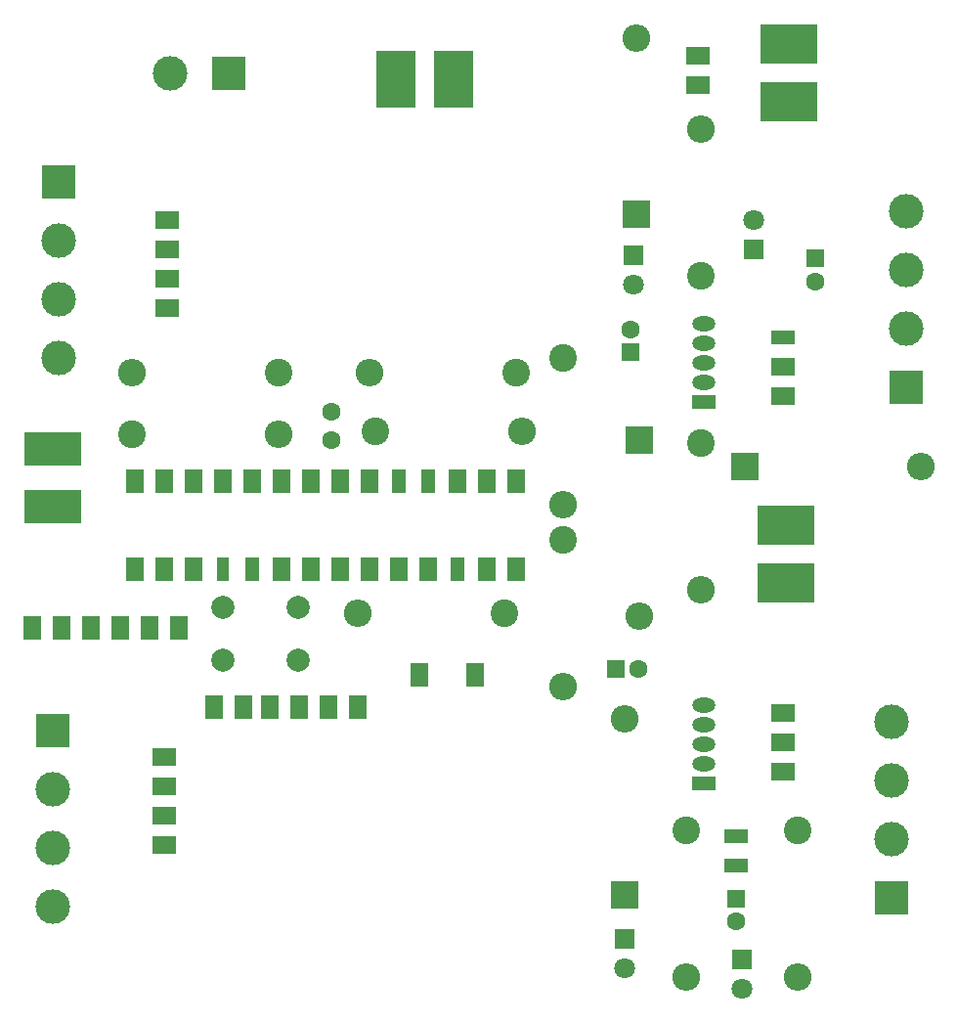
<source format=gbr>
G04 #@! TF.GenerationSoftware,KiCad,Pcbnew,(5.1.2)-2*
G04 #@! TF.CreationDate,2020-01-26T17:06:09+07:00*
G04 #@! TF.ProjectId,power_electronic,706f7765-725f-4656-9c65-6374726f6e69,rev?*
G04 #@! TF.SameCoordinates,Original*
G04 #@! TF.FileFunction,Copper,L1,Top*
G04 #@! TF.FilePolarity,Positive*
%FSLAX46Y46*%
G04 Gerber Fmt 4.6, Leading zero omitted, Abs format (unit mm)*
G04 Created by KiCad (PCBNEW (5.1.2)-2) date 2020-01-26 17:06:09*
%MOMM*%
%LPD*%
G04 APERTURE LIST*
%ADD10R,5.000000X3.000000*%
%ADD11R,1.600000X1.600000*%
%ADD12C,1.600000*%
%ADD13R,1.600000X2.000000*%
%ADD14R,2.400000X2.400000*%
%ADD15O,2.400000X2.400000*%
%ADD16C,1.800000*%
%ADD17R,1.800000X1.800000*%
%ADD18R,3.000000X3.000000*%
%ADD19C,3.000000*%
%ADD20R,2.000000X1.600000*%
%ADD21R,2.000000X1.300000*%
%ADD22C,2.400000*%
%ADD23R,3.500000X5.000000*%
%ADD24R,5.000000X3.500000*%
%ADD25R,2.000000X1.275000*%
%ADD26O,2.000000X1.275000*%
%ADD27R,1.000000X2.000000*%
%ADD28R,1.300000X2.000000*%
%ADD29R,1.200000X2.000000*%
%ADD30C,2.000000*%
G04 APERTURE END LIST*
D10*
X92710000Y-86614000D03*
X92710000Y-91614000D03*
D11*
X141478000Y-105664000D03*
D12*
X143478000Y-105664000D03*
X142748000Y-76232000D03*
D11*
X142748000Y-78232000D03*
D12*
X151892000Y-127508000D03*
D11*
X151892000Y-125508000D03*
X158750000Y-70104000D03*
D12*
X158750000Y-72104000D03*
D13*
X109220000Y-108966000D03*
X106720000Y-108966000D03*
D12*
X116840000Y-83352000D03*
X116840000Y-85852000D03*
D13*
X111546000Y-108966000D03*
X114046000Y-108966000D03*
X119126000Y-108966000D03*
X116626000Y-108966000D03*
D14*
X143510000Y-85852000D03*
D15*
X143510000Y-101092000D03*
X143256000Y-51054000D03*
D14*
X143256000Y-66294000D03*
D16*
X152400000Y-133350000D03*
D17*
X152400000Y-130810000D03*
D16*
X143002000Y-72390000D03*
D17*
X143002000Y-69850000D03*
X142240000Y-129032000D03*
D16*
X142240000Y-131572000D03*
D17*
X153416000Y-69342000D03*
D16*
X153416000Y-66802000D03*
D18*
X107950000Y-54102000D03*
D19*
X102870000Y-54102000D03*
X166624000Y-76200000D03*
X166624000Y-71120000D03*
D18*
X166624000Y-81280000D03*
D19*
X166624000Y-66040000D03*
X93218000Y-78740000D03*
D18*
X93218000Y-63500000D03*
D19*
X93218000Y-73660000D03*
X93218000Y-68580000D03*
X92710000Y-116078000D03*
X92710000Y-121158000D03*
D18*
X92710000Y-110998000D03*
D19*
X92710000Y-126238000D03*
X165354000Y-110236000D03*
D18*
X165354000Y-125476000D03*
D19*
X165354000Y-115316000D03*
X165354000Y-120396000D03*
D20*
X102362000Y-113284000D03*
X102362000Y-115824000D03*
X102362000Y-118364000D03*
X102362000Y-120904000D03*
D13*
X90932000Y-102108000D03*
X93472000Y-102108000D03*
X96012000Y-102108000D03*
X98552000Y-102108000D03*
X101092000Y-102108000D03*
X103632000Y-102108000D03*
D20*
X102616000Y-74422000D03*
X102616000Y-71882000D03*
X102616000Y-69342000D03*
X102616000Y-66802000D03*
D21*
X151892000Y-122682000D03*
X151892000Y-120142000D03*
D20*
X148590000Y-55118000D03*
X148590000Y-52578000D03*
D22*
X136906000Y-94488000D03*
D15*
X136906000Y-107188000D03*
X136906000Y-91440000D03*
D22*
X136906000Y-78740000D03*
X157226000Y-119634000D03*
D15*
X157226000Y-132334000D03*
X148844000Y-98806000D03*
D22*
X148844000Y-86106000D03*
X147574000Y-119634000D03*
D15*
X147574000Y-132334000D03*
X148844000Y-58928000D03*
D22*
X148844000Y-71628000D03*
D15*
X119126000Y-100838000D03*
D22*
X131826000Y-100838000D03*
D15*
X133350000Y-85090000D03*
D22*
X120650000Y-85090000D03*
X132842000Y-80010000D03*
D15*
X120142000Y-80010000D03*
D22*
X99568000Y-85344000D03*
D15*
X112268000Y-85344000D03*
D22*
X112268000Y-80010000D03*
D15*
X99568000Y-80010000D03*
D20*
X155956000Y-114554000D03*
X155956000Y-112014000D03*
X155956000Y-109474000D03*
X155956000Y-82042000D03*
X155956000Y-79502000D03*
D21*
X155956000Y-76962000D03*
D23*
X127428000Y-54610000D03*
X122428000Y-54610000D03*
D24*
X156464000Y-51562000D03*
X156464000Y-56562000D03*
X156210000Y-93218000D03*
X156210000Y-98218000D03*
D25*
X149098000Y-115570000D03*
D26*
X149098000Y-113870000D03*
X149098000Y-112170000D03*
X149098000Y-110470000D03*
X149098000Y-108770000D03*
X149098000Y-75750000D03*
X149098000Y-77450000D03*
X149098000Y-79150000D03*
X149098000Y-80850000D03*
D25*
X149098000Y-82550000D03*
D13*
X99822000Y-97028000D03*
X132842000Y-89408000D03*
X102362000Y-97028000D03*
X130302000Y-89408000D03*
X104902000Y-97028000D03*
X127762000Y-89408000D03*
D27*
X107442000Y-97028000D03*
D28*
X125222000Y-89408000D03*
D29*
X109982000Y-97028000D03*
D28*
X122682000Y-89408000D03*
D13*
X112522000Y-97028000D03*
X120142000Y-89408000D03*
X115062000Y-97028000D03*
X117602000Y-89408000D03*
X117602000Y-97028000D03*
X115062000Y-89408000D03*
X120142000Y-97028000D03*
X112522000Y-89408000D03*
X122682000Y-97028000D03*
X109982000Y-89408000D03*
X125222000Y-97028000D03*
X107442000Y-89408000D03*
D29*
X127762000Y-97028000D03*
D13*
X104902000Y-89408000D03*
X130302000Y-97028000D03*
X102362000Y-89408000D03*
X132842000Y-97028000D03*
X99822000Y-89408000D03*
X124460000Y-106172000D03*
X129340000Y-106172000D03*
D30*
X107442000Y-104830000D03*
X107442000Y-100330000D03*
X113942000Y-104830000D03*
X113942000Y-100330000D03*
D15*
X142240000Y-109982000D03*
D14*
X142240000Y-125222000D03*
X152654000Y-88138000D03*
D15*
X167894000Y-88138000D03*
M02*

</source>
